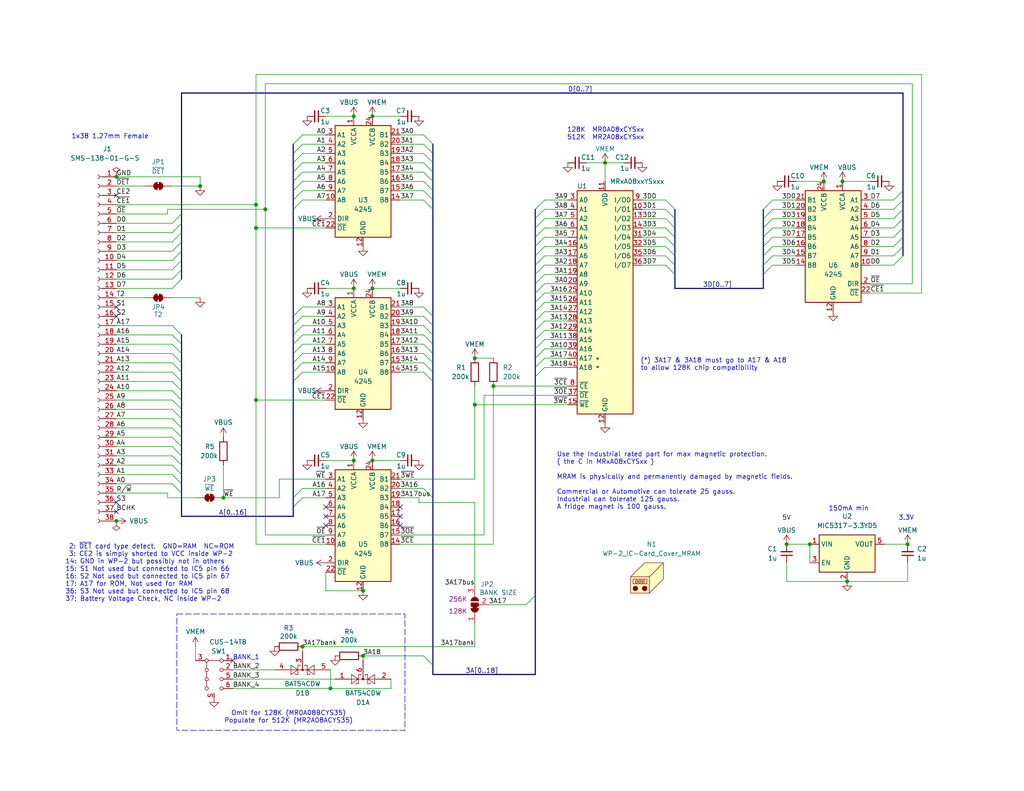
<source format=kicad_sch>
(kicad_sch (version 20231120) (generator "eeschema") (generator_version "8.0")
  (paper "USLetter")
  (title_block (title "WP-2_IC-Card_MRAM") (date "2025-04-21") (rev "018") (company "Brian K. White - b.kenyon.w@gmail.com"))
  (junction (at 69.85 62.23))
  (junction (at 99.06 179.07))
  (junction (at 60.96 135.89))
  (junction (at 72.39 57.15))
  (junction (at 101.6 78.74))
  (junction (at 214.63 148.59))
  (junction (at 54.61 50.8))
  (junction (at 101.6 125.73))
  (junction (at 31.75 142.24))
  (junction (at 231.14 158.75))
  (junction (at 229.87 49.53))
  (junction (at 165.1 44.45))
  (junction (at 69.85 109.22))
  (junction (at 90.17 187.96))
  (junction (at 99.06 161.29))
  (junction (at 101.6 31.75))
  (junction (at 82.55 176.53))
  (junction (at 96.52 78.74))
  (junction (at 134.62 105.41))
  (junction (at 224.79 49.53))
  (junction (at 69.85 55.88))
  (junction (at 220.98 148.59))
  (junction (at 129.54 97.79))
  (junction (at 96.52 125.73))
  (junction (at 247.65 148.59))
  (junction (at 96.52 31.75))
  (junction (at 129.54 110.49))
  (junction (at 31.75 48.26))
  (no_connect (at 88.9 138.43))
  (no_connect (at 88.9 140.97))
  (no_connect (at 31.75 53.34))
  (no_connect (at 31.75 86.36))
  (no_connect (at 109.22 138.43))
  (no_connect (at 31.75 139.7))
  (no_connect (at 31.75 137.16))
  (no_connect (at 109.22 140.97))
  (no_connect (at 88.9 143.51))
  (no_connect (at 63.5 180.34))
  (no_connect (at 109.22 143.51))
  (no_connect (at 31.75 83.82))
  (bus_entry (at 49.53 66.04) (size -2.54 2.54))
  (bus_entry (at 184.15 62.23) (size -2.54 -2.54))
  (bus_entry (at 208.28 64.77) (size 2.54 -2.54))
  (bus_entry (at 118.11 96.52) (size -2.54 -2.54))
  (bus_entry (at 184.15 67.31) (size -2.54 -2.54))
  (bus_entry (at 146.05 95.25) (size 2.54 -2.54))
  (bus_entry (at 146.05 80.01) (size 2.54 -2.54))
  (bus_entry (at 246.38 67.31) (size -2.54 2.54))
  (bus_entry (at 49.53 121.92) (size -2.54 -2.54))
  (bus_entry (at 208.28 72.39) (size 2.54 -2.54))
  (bus_entry (at 146.05 97.79) (size 2.54 -2.54))
  (bus_entry (at 146.05 64.77) (size 2.54 -2.54))
  (bus_entry (at 184.15 69.85) (size -2.54 -2.54))
  (bus_entry (at 80.01 57.15) (size 2.54 -2.54))
  (bus_entry (at 118.11 39.37) (size -2.54 -2.54))
  (bus_entry (at 118.11 99.06) (size -2.54 -2.54))
  (bus_entry (at 246.38 54.61) (size -2.54 2.54))
  (bus_entry (at 118.11 41.91) (size -2.54 -2.54))
  (bus_entry (at 49.53 71.12) (size -2.54 2.54))
  (bus_entry (at 49.53 129.54) (size -2.54 -2.54))
  (bus_entry (at 246.38 59.69) (size -2.54 2.54))
  (bus_entry (at 146.05 82.55) (size 2.54 -2.54))
  (bus_entry (at 118.11 135.89) (size -2.54 -2.54))
  (bus_entry (at 146.05 67.31) (size 2.54 -2.54))
  (bus_entry (at 80.01 44.45) (size 2.54 -2.54))
  (bus_entry (at 246.38 57.15) (size -2.54 2.54))
  (bus_entry (at 118.11 93.98) (size -2.54 -2.54))
  (bus_entry (at 146.05 62.23) (size 2.54 -2.54))
  (bus_entry (at 118.11 44.45) (size -2.54 -2.54))
  (bus_entry (at 80.01 41.91) (size 2.54 -2.54))
  (bus_entry (at 80.01 135.89) (size 2.54 -2.54))
  (bus_entry (at 208.28 69.85) (size 2.54 -2.54))
  (bus_entry (at 246.38 64.77) (size -2.54 2.54))
  (bus_entry (at 143.51 165.1) (size 2.54 -2.54))
  (bus_entry (at 146.05 57.15) (size 2.54 -2.54))
  (bus_entry (at 80.01 54.61) (size 2.54 -2.54))
  (bus_entry (at 208.28 62.23) (size 2.54 -2.54))
  (bus_entry (at 49.53 101.6) (size -2.54 -2.54))
  (bus_entry (at 118.11 104.14) (size -2.54 -2.54))
  (bus_entry (at 146.05 85.09) (size 2.54 -2.54))
  (bus_entry (at 49.53 116.84) (size -2.54 -2.54))
  (bus_entry (at 118.11 54.61) (size -2.54 -2.54))
  (bus_entry (at 49.53 96.52) (size -2.54 -2.54))
  (bus_entry (at 146.05 77.47) (size 2.54 -2.54))
  (bus_entry (at 184.15 57.15) (size -2.54 -2.54))
  (bus_entry (at 49.53 124.46) (size -2.54 -2.54))
  (bus_entry (at 49.53 63.5) (size -2.54 2.54))
  (bus_entry (at 208.28 57.15) (size 2.54 -2.54))
  (bus_entry (at 80.01 52.07) (size 2.54 -2.54))
  (bus_entry (at 146.05 92.71) (size 2.54 -2.54))
  (bus_entry (at 118.11 86.36) (size -2.54 -2.54))
  (bus_entry (at 118.11 91.44) (size -2.54 -2.54))
  (bus_entry (at 80.01 88.9) (size 2.54 -2.54))
  (bus_entry (at 80.01 91.44) (size 2.54 -2.54))
  (bus_entry (at 146.05 87.63) (size 2.54 -2.54))
  (bus_entry (at 146.05 102.87) (size 2.54 -2.54))
  (bus_entry (at 80.01 46.99) (size 2.54 -2.54))
  (bus_entry (at 49.53 134.62) (size -2.54 -2.54))
  (bus_entry (at 49.53 106.68) (size -2.54 -2.54))
  (bus_entry (at 49.53 68.58) (size -2.54 2.54))
  (bus_entry (at 208.28 59.69) (size 2.54 -2.54))
  (bus_entry (at 184.15 74.93) (size -2.54 -2.54))
  (bus_entry (at 49.53 114.3) (size -2.54 -2.54))
  (bus_entry (at 184.15 72.39) (size -2.54 -2.54))
  (bus_entry (at 146.05 90.17) (size 2.54 -2.54))
  (bus_entry (at 49.53 91.44) (size -2.54 -2.54))
  (bus_entry (at 80.01 138.43) (size 2.54 -2.54))
  (bus_entry (at 80.01 39.37) (size 2.54 -2.54))
  (bus_entry (at 208.28 67.31) (size 2.54 -2.54))
  (bus_entry (at 118.11 181.61) (size -2.54 -2.54))
  (bus_entry (at 118.11 46.99) (size -2.54 -2.54))
  (bus_entry (at 80.01 86.36) (size 2.54 -2.54))
  (bus_entry (at 146.05 100.33) (size 2.54 -2.54))
  (bus_entry (at 49.53 99.06) (size -2.54 -2.54))
  (bus_entry (at 246.38 69.85) (size -2.54 2.54))
  (bus_entry (at 49.53 111.76) (size -2.54 -2.54))
  (bus_entry (at 118.11 88.9) (size -2.54 -2.54))
  (bus_entry (at 80.01 101.6) (size 2.54 -2.54))
  (bus_entry (at 246.38 52.07) (size -2.54 2.54))
  (bus_entry (at 49.53 58.42) (size -2.54 2.54))
  (bus_entry (at 49.53 119.38) (size -2.54 -2.54))
  (bus_entry (at 80.01 93.98) (size 2.54 -2.54))
  (bus_entry (at 146.05 74.93) (size 2.54 -2.54))
  (bus_entry (at 146.05 72.39) (size 2.54 -2.54))
  (bus_entry (at 118.11 52.07) (size -2.54 -2.54))
  (bus_entry (at 49.53 73.66) (size -2.54 2.54))
  (bus_entry (at 49.53 127) (size -2.54 -2.54))
  (bus_entry (at 208.28 74.93) (size 2.54 -2.54))
  (bus_entry (at 49.53 60.96) (size -2.54 2.54))
  (bus_entry (at 146.05 59.69) (size 2.54 -2.54))
  (bus_entry (at 49.53 132.08) (size -2.54 -2.54))
  (bus_entry (at 49.53 93.98) (size -2.54 -2.54))
  (bus_entry (at 184.15 59.69) (size -2.54 -2.54))
  (bus_entry (at 80.01 104.14) (size 2.54 -2.54))
  (bus_entry (at 49.53 104.14) (size -2.54 -2.54))
  (bus_entry (at 80.01 99.06) (size 2.54 -2.54))
  (bus_entry (at 49.53 76.2) (size -2.54 2.54))
  (bus_entry (at 80.01 96.52) (size 2.54 -2.54))
  (bus_entry (at 118.11 101.6) (size -2.54 -2.54))
  (bus_entry (at 118.11 57.15) (size -2.54 -2.54))
  (bus_entry (at 80.01 49.53) (size 2.54 -2.54))
  (bus_entry (at 246.38 62.23) (size -2.54 2.54))
  (bus_entry (at 184.15 64.77) (size -2.54 -2.54))
  (bus_entry (at 49.53 109.22) (size -2.54 -2.54))
  (bus_entry (at 146.05 69.85) (size 2.54 -2.54))
  (bus_entry (at 118.11 49.53) (size -2.54 -2.54))
  (wire (pts (xy 165.1 44.45) (xy 165.1 49.53)))
  (wire (pts (xy 175.26 54.61) (xy 181.61 54.61)))
  (bus (pts (xy 80.01 41.91) (xy 80.01 44.45)))
  (bus (pts (xy 118.11 52.07) (xy 118.11 49.53)))
  (wire (pts (xy 175.26 62.23) (xy 181.61 62.23)))
  (wire (pts (xy 214.63 158.75) (xy 231.14 158.75)))
  (wire (pts (xy 72.39 57.15) (xy 72.39 22.86)))
  (wire (pts (xy 45.72 135.89) (xy 53.34 135.89)))
  (wire (pts (xy 154.94 67.31) (xy 148.59 67.31)))
  (wire (pts (xy 109.22 31.75) (xy 101.6 31.75)))
  (bus (pts (xy 49.53 140.97) (xy 49.53 134.62)))
  (wire (pts (xy 154.94 87.63) (xy 148.59 87.63)))
  (wire (pts (xy 129.54 176.53) (xy 129.54 170.18)))
  (wire (pts (xy 31.75 71.12) (xy 46.99 71.12)))
  (wire (pts (xy 237.49 62.23) (xy 243.84 62.23)))
  (bus (pts (xy 146.05 97.79) (xy 146.05 100.33)))
  (bus (pts (xy 118.11 96.52) (xy 118.11 93.98)))
  (bus (pts (xy 49.53 104.14) (xy 49.53 106.68)))
  (wire (pts (xy 72.39 146.05) (xy 88.9 146.05)))
  (wire (pts (xy 88.9 36.83) (xy 82.55 36.83)))
  (wire (pts (xy 109.22 130.81) (xy 129.54 130.81)))
  (wire (pts (xy 217.17 69.85) (xy 210.82 69.85)))
  (bus (pts (xy 49.53 73.66) (xy 49.53 76.2)))
  (wire (pts (xy 237.49 57.15) (xy 243.84 57.15)))
  (wire (pts (xy 109.22 44.45) (xy 115.57 44.45)))
  (wire (pts (xy 31.75 58.42) (xy 45.72 58.42)))
  (wire (pts (xy 231.14 158.75) (xy 247.65 158.75)))
  (bus (pts (xy 118.11 54.61) (xy 118.11 57.15)))
  (wire (pts (xy 88.9 52.07) (xy 82.55 52.07)))
  (bus (pts (xy 49.53 25.4) (xy 49.53 58.42)))
  (wire (pts (xy 31.75 93.98) (xy 46.99 93.98)))
  (bus (pts (xy 118.11 135.89) (xy 118.11 181.61)))
  (wire (pts (xy 31.75 81.28) (xy 39.37 81.28)))
  (wire (pts (xy 31.75 132.08) (xy 46.99 132.08)))
  (wire (pts (xy 109.22 91.44) (xy 115.57 91.44)))
  (wire (pts (xy 129.54 130.81) (xy 129.54 110.49)))
  (wire (pts (xy 237.49 54.61) (xy 243.84 54.61)))
  (wire (pts (xy 60.96 127) (xy 60.96 135.89)))
  (wire (pts (xy 129.54 110.49) (xy 154.94 110.49)))
  (wire (pts (xy 88.9 49.53) (xy 82.55 49.53)))
  (bus (pts (xy 80.01 96.52) (xy 80.01 93.98)))
  (wire (pts (xy 63.5 185.42) (xy 91.44 185.42)))
  (bus (pts (xy 49.53 96.52) (xy 49.53 99.06)))
  (bus (pts (xy 246.38 64.77) (xy 246.38 62.23)))
  (bus (pts (xy 49.53 106.68) (xy 49.53 109.22)))
  (wire (pts (xy 31.75 129.54) (xy 46.99 129.54)))
  (bus (pts (xy 80.01 49.53) (xy 80.01 46.99)))
  (wire (pts (xy 109.22 78.74) (xy 101.6 78.74)))
  (wire (pts (xy 82.55 176.53) (xy 129.54 176.53)))
  (bus (pts (xy 80.01 101.6) (xy 80.01 99.06)))
  (wire (pts (xy 88.9 86.36) (xy 82.55 86.36)))
  (bus (pts (xy 118.11 39.37) (xy 118.11 41.91)))
  (bus (pts (xy 118.11 104.14) (xy 118.11 135.89)))
  (wire (pts (xy 88.9 93.98) (xy 82.55 93.98)))
  (bus (pts (xy 118.11 52.07) (xy 118.11 54.61)))
  (bus (pts (xy 49.53 71.12) (xy 49.53 73.66)))
  (bus (pts (xy 118.11 99.06) (xy 118.11 96.52)))
  (wire (pts (xy 88.9 96.52) (xy 82.55 96.52)))
  (wire (pts (xy 88.9 78.74) (xy 96.52 78.74)))
  (wire (pts (xy 99.06 161.29) (xy 88.9 161.29)))
  (wire (pts (xy 31.75 88.9) (xy 46.99 88.9)))
  (wire (pts (xy 63.5 187.96) (xy 90.17 187.96)))
  (wire (pts (xy 217.17 72.39) (xy 210.82 72.39)))
  (bus (pts (xy 49.53 140.97) (xy 80.01 140.97)))
  (wire (pts (xy 217.17 64.77) (xy 210.82 64.77)))
  (bus (pts (xy 80.01 52.07) (xy 80.01 49.53)))
  (wire (pts (xy 237.49 72.39) (xy 243.84 72.39)))
  (wire (pts (xy 109.22 39.37) (xy 115.57 39.37)))
  (bus (pts (xy 80.01 44.45) (xy 80.01 46.99)))
  (wire (pts (xy 31.75 48.26) (xy 54.61 48.26)))
  (bus (pts (xy 146.05 100.33) (xy 146.05 102.87)))
  (bus (pts (xy 208.28 64.77) (xy 208.28 67.31)))
  (wire (pts (xy 88.9 135.89) (xy 82.55 135.89)))
  (wire (pts (xy 109.22 99.06) (xy 115.57 99.06)))
  (wire (pts (xy 154.94 80.01) (xy 148.59 80.01)))
  (bus (pts (xy 184.15 72.39) (xy 184.15 69.85)))
  (bus (pts (xy 246.38 57.15) (xy 246.38 54.61)))
  (wire (pts (xy 88.9 91.44) (xy 82.55 91.44)))
  (wire (pts (xy 251.46 20.32) (xy 69.85 20.32)))
  (wire (pts (xy 88.9 44.45) (xy 82.55 44.45)))
  (wire (pts (xy 154.94 97.79) (xy 148.59 97.79)))
  (wire (pts (xy 175.26 57.15) (xy 181.61 57.15)))
  (wire (pts (xy 31.75 76.2) (xy 46.99 76.2)))
  (bus (pts (xy 146.05 59.69) (xy 146.05 62.23)))
  (bus (pts (xy 118.11 99.06) (xy 118.11 101.6)))
  (bus (pts (xy 80.01 93.98) (xy 80.01 91.44)))
  (wire (pts (xy 220.98 148.59) (xy 214.63 148.59)))
  (wire (pts (xy 175.26 64.77) (xy 181.61 64.77)))
  (bus (pts (xy 184.15 78.74) (xy 208.28 78.74)))
  (bus (pts (xy 184.15 69.85) (xy 184.15 67.31)))
  (bus (pts (xy 118.11 93.98) (xy 118.11 91.44)))
  (wire (pts (xy 237.49 69.85) (xy 243.84 69.85)))
  (bus (pts (xy 49.53 66.04) (xy 49.53 68.58)))
  (bus (pts (xy 49.53 63.5) (xy 49.53 66.04)))
  (wire (pts (xy 129.54 97.79) (xy 134.62 97.79)))
  (bus (pts (xy 146.05 72.39) (xy 146.05 74.93)))
  (bus (pts (xy 49.53 91.44) (xy 49.53 93.98)))
  (wire (pts (xy 154.94 92.71) (xy 148.59 92.71)))
  (wire (pts (xy 109.22 36.83) (xy 115.57 36.83)))
  (wire (pts (xy 31.75 121.92) (xy 46.99 121.92)))
  (wire (pts (xy 45.72 134.62) (xy 45.72 135.89)))
  (wire (pts (xy 69.85 20.32) (xy 69.85 55.88)))
  (wire (pts (xy 31.75 68.58) (xy 46.99 68.58)))
  (bus (pts (xy 49.53 109.22) (xy 49.53 111.76)))
  (bus (pts (xy 184.15 74.93) (xy 184.15 72.39)))
  (bus (pts (xy 146.05 57.15) (xy 146.05 59.69)))
  (wire (pts (xy 109.22 148.59) (xy 134.62 148.59)))
  (bus (pts (xy 146.05 69.85) (xy 146.05 72.39)))
  (wire (pts (xy 31.75 96.52) (xy 46.99 96.52)))
  (wire (pts (xy 106.68 187.96) (xy 106.68 185.42)))
  (wire (pts (xy 248.92 22.86) (xy 248.92 77.47)))
  (bus (pts (xy 246.38 25.4) (xy 49.53 25.4)))
  (wire (pts (xy 109.22 125.73) (xy 101.6 125.73)))
  (wire (pts (xy 69.85 62.23) (xy 88.9 62.23)))
  (wire (pts (xy 69.85 148.59) (xy 88.9 148.59)))
  (wire (pts (xy 99.06 179.07) (xy 99.06 180.34)))
  (wire (pts (xy 69.85 62.23) (xy 69.85 109.22)))
  (wire (pts (xy 31.75 114.3) (xy 46.99 114.3)))
  (wire (pts (xy 217.17 57.15) (xy 210.82 57.15)))
  (wire (pts (xy 31.75 104.14) (xy 46.99 104.14)))
  (wire (pts (xy 220.98 148.59) (xy 220.98 153.67)))
  (wire (pts (xy 99.06 179.07) (xy 115.57 179.07)))
  (bus (pts (xy 208.28 64.77) (xy 208.28 62.23)))
  (wire (pts (xy 154.94 74.93) (xy 148.59 74.93)))
  (bus (pts (xy 208.28 72.39) (xy 208.28 69.85)))
  (wire (pts (xy 31.75 119.38) (xy 46.99 119.38)))
  (wire (pts (xy 46.99 81.28) (xy 54.61 81.28)))
  (bus (pts (xy 49.53 132.08) (xy 49.53 129.54)))
  (wire (pts (xy 53.34 176.53) (xy 53.34 180.34)))
  (wire (pts (xy 134.62 148.59) (xy 134.62 105.41)))
  (wire (pts (xy 114.3 135.89) (xy 109.22 135.89)))
  (bus (pts (xy 146.05 64.77) (xy 146.05 67.31)))
  (bus (pts (xy 146.05 92.71) (xy 146.05 95.25)))
  (wire (pts (xy 69.85 109.22) (xy 88.9 109.22)))
  (wire (pts (xy 129.54 105.41) (xy 129.54 110.49)))
  (bus (pts (xy 118.11 88.9) (xy 118.11 86.36)))
  (bus (pts (xy 49.53 101.6) (xy 49.53 104.14)))
  (wire (pts (xy 154.94 54.61) (xy 148.59 54.61)))
  (bus (pts (xy 146.05 80.01) (xy 146.05 82.55)))
  (wire (pts (xy 217.17 49.53) (xy 224.79 49.53)))
  (bus (pts (xy 118.11 44.45) (xy 118.11 41.91)))
  (bus (pts (xy 49.53 114.3) (xy 49.53 116.84)))
  (bus (pts (xy 146.05 67.31) (xy 146.05 69.85)))
  (wire (pts (xy 31.75 124.46) (xy 46.99 124.46)))
  (bus (pts (xy 246.38 52.07) (xy 246.38 25.4)))
  (wire (pts (xy 31.75 91.44) (xy 46.99 91.44)))
  (wire (pts (xy 154.94 77.47) (xy 148.59 77.47)))
  (wire (pts (xy 31.75 111.76) (xy 46.99 111.76)))
  (wire (pts (xy 76.2 130.81) (xy 76.2 135.89)))
  (wire (pts (xy 109.22 93.98) (xy 115.57 93.98)))
  (wire (pts (xy 109.22 88.9) (xy 115.57 88.9)))
  (wire (pts (xy 60.96 135.89) (xy 76.2 135.89)))
  (wire (pts (xy 54.61 50.8) (xy 54.61 48.26)))
  (bus (pts (xy 49.53 111.76) (xy 49.53 114.3)))
  (wire (pts (xy 63.5 182.88) (xy 74.93 182.88)))
  (wire (pts (xy 88.9 46.99) (xy 82.55 46.99)))
  (wire (pts (xy 45.72 57.15) (xy 72.39 57.15)))
  (bus (pts (xy 118.11 184.15) (xy 146.05 184.15)))
  (bus (pts (xy 118.11 91.44) (xy 118.11 88.9)))
  (wire (pts (xy 31.75 99.06) (xy 46.99 99.06)))
  (wire (pts (xy 72.39 22.86) (xy 248.92 22.86)))
  (wire (pts (xy 154.94 72.39) (xy 148.59 72.39)))
  (bus (pts (xy 49.53 58.42) (xy 49.53 60.96)))
  (bus (pts (xy 208.28 74.93) (xy 208.28 72.39)))
  (wire (pts (xy 88.9 31.75) (xy 96.52 31.75)))
  (wire (pts (xy 31.75 109.22) (xy 46.99 109.22)))
  (wire (pts (xy 31.75 50.8) (xy 39.37 50.8)))
  (wire (pts (xy 132.08 146.05) (xy 132.08 107.95)))
  (wire (pts (xy 237.49 77.47) (xy 248.92 77.47)))
  (wire (pts (xy 88.9 54.61) (xy 82.55 54.61)))
  (wire (pts (xy 88.9 133.35) (xy 82.55 133.35)))
  (wire (pts (xy 160.02 44.45) (xy 165.1 44.45)))
  (wire (pts (xy 90.17 182.88) (xy 90.17 187.96)))
  (wire (pts (xy 132.08 107.95) (xy 154.94 107.95)))
  (bus (pts (xy 184.15 59.69) (xy 184.15 57.15)))
  (wire (pts (xy 109.22 46.99) (xy 115.57 46.99)))
  (bus (pts (xy 118.11 57.15) (xy 118.11 86.36)))
  (wire (pts (xy 90.17 187.96) (xy 106.68 187.96)))
  (bus (pts (xy 246.38 54.61) (xy 246.38 52.07)))
  (bus (pts (xy 146.05 95.25) (xy 146.05 97.79)))
  (wire (pts (xy 154.94 57.15) (xy 148.59 57.15)))
  (bus (pts (xy 118.11 101.6) (xy 118.11 104.14)))
  (wire (pts (xy 134.62 105.41) (xy 154.94 105.41)))
  (wire (pts (xy 129.54 137.16) (xy 129.54 160.02)))
  (wire (pts (xy 154.94 82.55) (xy 148.59 82.55)))
  (bus (pts (xy 49.53 119.38) (xy 49.53 121.92)))
  (wire (pts (xy 109.22 41.91) (xy 115.57 41.91)))
  (wire (pts (xy 88.9 161.29) (xy 88.9 156.21)))
  (wire (pts (xy 217.17 59.69) (xy 210.82 59.69)))
  (bus (pts (xy 208.28 62.23) (xy 208.28 59.69)))
  (wire (pts (xy 31.75 60.96) (xy 46.99 60.96)))
  (bus (pts (xy 80.01 57.15) (xy 80.01 86.36)))
  (bus (pts (xy 208.28 67.31) (xy 208.28 69.85)))
  (bus (pts (xy 118.11 181.61) (xy 118.11 184.15)))
  (bus (pts (xy 80.01 104.14) (xy 80.01 135.89)))
  (bus (pts (xy 146.05 87.63) (xy 146.05 90.17)))
  (bus (pts (xy 80.01 91.44) (xy 80.01 88.9)))
  (wire (pts (xy 45.72 57.15) (xy 45.72 58.42)))
  (wire (pts (xy 251.46 20.32) (xy 251.46 80.01)))
  (wire (pts (xy 154.94 62.23) (xy 148.59 62.23)))
  (bus (pts (xy 80.01 39.37) (xy 80.01 41.91)))
  (bus (pts (xy 146.05 90.17) (xy 146.05 92.71)))
  (wire (pts (xy 31.75 66.04) (xy 46.99 66.04)))
  (wire (pts (xy 241.3 148.59) (xy 247.65 148.59)))
  (bus (pts (xy 80.01 54.61) (xy 80.01 57.15)))
  (wire (pts (xy 154.94 90.17) (xy 148.59 90.17)))
  (wire (pts (xy 109.22 86.36) (xy 115.57 86.36)))
  (wire (pts (xy 154.94 85.09) (xy 148.59 85.09)))
  (wire (pts (xy 217.17 67.31) (xy 210.82 67.31)))
  (wire (pts (xy 175.26 67.31) (xy 181.61 67.31)))
  (wire (pts (xy 109.22 133.35) (xy 115.57 133.35)))
  (bus (pts (xy 49.53 127) (xy 49.53 129.54)))
  (bus (pts (xy 146.05 102.87) (xy 146.05 162.56)))
  (wire (pts (xy 109.22 52.07) (xy 115.57 52.07)))
  (wire (pts (xy 175.26 72.39) (xy 181.61 72.39)))
  (wire (pts (xy 214.63 153.67) (xy 214.63 158.75)))
  (wire (pts (xy 82.55 176.53) (xy 82.55 177.8)))
  (bus (pts (xy 146.05 85.09) (xy 146.05 87.63)))
  (bus (pts (xy 49.53 99.06) (xy 49.53 101.6)))
  (bus (pts (xy 118.11 49.53) (xy 118.11 46.99)))
  (wire (pts (xy 88.9 125.73) (xy 96.52 125.73)))
  (bus (pts (xy 80.01 138.43) (xy 80.01 140.97)))
  (bus (pts (xy 80.01 54.61) (xy 80.01 52.07)))
  (wire (pts (xy 72.39 57.15) (xy 72.39 146.05)))
  (wire (pts (xy 88.9 101.6) (xy 82.55 101.6)))
  (wire (pts (xy 31.75 73.66) (xy 46.99 73.66)))
  (wire (pts (xy 129.54 137.16) (xy 114.3 137.16)))
  (bus (pts (xy 246.38 69.85) (xy 246.38 67.31)))
  (bus (pts (xy 146.05 82.55) (xy 146.05 85.09)))
  (bus (pts (xy 208.28 78.74) (xy 208.28 74.93)))
  (wire (pts (xy 237.49 67.31) (xy 243.84 67.31)))
  (wire (pts (xy 133.35 165.1) (xy 143.51 165.1)))
  (wire (pts (xy 31.75 55.88) (xy 69.85 55.88)))
  (bus (pts (xy 184.15 67.31) (xy 184.15 64.77)))
  (wire (pts (xy 237.49 64.77) (xy 243.84 64.77)))
  (wire (pts (xy 217.17 54.61) (xy 210.82 54.61)))
  (wire (pts (xy 154.94 64.77) (xy 148.59 64.77)))
  (wire (pts (xy 175.26 69.85) (xy 181.61 69.85)))
  (bus (pts (xy 184.15 64.77) (xy 184.15 62.23)))
  (wire (pts (xy 114.3 137.16) (xy 114.3 135.89)))
  (bus (pts (xy 246.38 67.31) (xy 246.38 64.77)))
  (bus (pts (xy 49.53 124.46) (xy 49.53 127)))
  (wire (pts (xy 88.9 88.9) (xy 82.55 88.9)))
  (bus (pts (xy 49.53 116.84) (xy 49.53 119.38)))
  (wire (pts (xy 109.22 96.52) (xy 115.57 96.52)))
  (bus (pts (xy 184.15 62.23) (xy 184.15 59.69)))
  (wire (pts (xy 45.72 134.62) (xy 31.75 134.62)))
  (wire (pts (xy 109.22 101.6) (xy 115.57 101.6)))
  (wire (pts (xy 109.22 54.61) (xy 115.57 54.61)))
  (bus (pts (xy 246.38 59.69) (xy 246.38 57.15)))
  (wire (pts (xy 154.94 100.33) (xy 148.59 100.33)))
  (wire (pts (xy 154.94 59.69) (xy 148.59 59.69)))
  (bus (pts (xy 246.38 62.23) (xy 246.38 59.69)))
  (wire (pts (xy 154.94 69.85) (xy 148.59 69.85)))
  (bus (pts (xy 146.05 162.56) (xy 146.05 184.15)))
  (bus (pts (xy 49.53 68.58) (xy 49.53 71.12)))
  (wire (pts (xy 109.22 83.82) (xy 115.57 83.82)))
  (wire (pts (xy 31.75 63.5) (xy 46.99 63.5)))
  (wire (pts (xy 31.75 116.84) (xy 46.99 116.84)))
  (bus (pts (xy 146.05 77.47) (xy 146.05 80.01)))
  (wire (pts (xy 31.75 127) (xy 46.99 127)))
  (bus (pts (xy 49.53 121.92) (xy 49.53 124.46)))
  (wire (pts (xy 31.75 78.74) (xy 46.99 78.74)))
  (bus (pts (xy 49.53 134.62) (xy 49.53 132.08)))
  (wire (pts (xy 88.9 99.06) (xy 82.55 99.06)))
  (bus (pts (xy 80.01 135.89) (xy 80.01 138.43)))
  (wire (pts (xy 31.75 101.6) (xy 46.99 101.6)))
  (bus (pts (xy 80.01 104.14) (xy 80.01 101.6)))
  (wire (pts (xy 247.65 158.75) (xy 247.65 153.67)))
  (bus (pts (xy 184.15 78.74) (xy 184.15 74.93)))
  (bus (pts (xy 146.05 62.23) (xy 146.05 64.77)))
  (bus (pts (xy 118.11 46.99) (xy 118.11 44.45)))
  (wire (pts (xy 88.9 83.82) (xy 82.55 83.82)))
  (wire (pts (xy 170.18 44.45) (xy 165.1 44.45)))
  (wire (pts (xy 217.17 62.23) (xy 210.82 62.23)))
  (bus (pts (xy 80.01 99.06) (xy 80.01 96.52)))
  (wire (pts (xy 88.9 41.91) (xy 82.55 41.91)))
  (bus (pts (xy 208.28 59.69) (xy 208.28 57.15)))
  (wire (pts (xy 237.49 80.01) (xy 251.46 80.01)))
  (wire (pts (xy 88.9 39.37) (xy 82.55 39.37)))
  (bus (pts (xy 49.53 60.96) (xy 49.53 63.5)))
  (wire (pts (xy 69.85 55.88) (xy 69.85 62.23)))
  (wire (pts (xy 237.49 59.69) (xy 243.84 59.69)))
  (bus (pts (xy 146.05 74.93) (xy 146.05 77.47)))
  (wire (pts (xy 88.9 130.81) (xy 76.2 130.81)))
  (wire (pts (xy 69.85 109.22) (xy 69.85 148.59)))
  (wire (pts (xy 109.22 146.05) (xy 132.08 146.05)))
  (wire (pts (xy 46.99 50.8) (xy 54.61 50.8)))
  (wire (pts (xy 31.75 106.68) (xy 46.99 106.68)))
  (wire (pts (xy 175.26 59.69) (xy 181.61 59.69)))
  (wire (pts (xy 237.49 49.53) (xy 229.87 49.53)))
  (bus (pts (xy 49.53 93.98) (xy 49.53 96.52)))
  (bus (pts (xy 80.01 88.9) (xy 80.01 86.36)))
  (wire (pts (xy 154.94 95.25) (xy 148.59 95.25)))
  (wire (pts (xy 109.22 49.53) (xy 115.57 49.53)))
  (rectangle (start 48.26 167.64) (end 110.49 199.39) (stroke (width 0) (type dash)))
  (text "Use the Industrial rated part for max magnetic protection.\n( the C in MRxA08xCYSxx )\n\nMRAM is physically and permanently damaged by magnetic fields.\n\nCommercial or Automotive can tolerate 25 gauss.\nIndustrial can tolerate 125 gauss.\nA fridge magnet is 100 gauss.\n" (at 151.892 123.444 0) (effects (font (size 1.27 1.27)) (justify left top)))
  (text "5V" (at 213.36 142.24 0) (effects (font (size 1.27 1.27)) (justify left bottom)))
  (text "*" (at 163.068 98.552 0) (effects (font (size 1.27 1.27))))
  (text "Omit for 128K (MR0A08BCYS35)\nPopulate for 512K (MR2A08ACYS35)" (at 78.74 197.612 0) (effects (font (size 1.27 1.27)) (justify bottom)))
  (text "1x38 1.27mm Female" (at 40.64 38.1 0) (effects (font (size 1.27 1.27)) (justify right bottom)))
  (text "(*) 3A17 & 3A18 must go to A17 & A18\nto allow 128K chip compatibility" (at 174.752 97.79 0) (effects (font (size 1.27 1.27)) (justify left top)))
  (text "150mA min" (at 226.06 139.7 0) (effects (font (size 1.27 1.27)) (justify left bottom)))
  (text "*" (at 163.068 100.838 0) (effects (font (size 1.27 1.27))))
  (text " 2: ~{DET} card type detect,  GND=RAM  NC=ROM\n 3: CE2 is simply shorted to VCC inside WP-2\n14: GND in WP-2 but possibly not in others\n15: S1 Not used but connected to IC5 pin 66\n16: S2 Not used but connected to IC5 pin 67\n17: A17 for ROM, Not used for RAM\n36: S3 Not used but connected to IC5 pin 68\n37: Battery Voltage Check, NC inside WP-2\n" (at 17.78 148.59 0) (effects (font (size 1.27 1.27)) (justify left top)))
  (text "BANK_1" (at 63.5 180.34 0) (effects (font (size 1.27 1.27)) (justify left bottom)))
  (text "128K  MR0A08xCYSxx\n512K  MR2A08xCYSxx" (at 154.686 38.354 0) (effects (font (size 1.27 1.27)) (justify left bottom)))
  (text "3.3V" (at 245.11 142.24 0) (effects (font (size 1.27 1.27)) (justify left bottom)))
  (label "BANK_2" (at 63.5 182.88 0))
  (label "3D3" (at 175.26 62.23 0))
  (label "S1" (at 31.75 83.82 0))
  (label "3A13" (at 154.94 87.63 180))
  (label "A10" (at 31.75 106.68 0))
  (label "D6" (at 237.49 57.15 0))
  (label "~{WE}" (at 88.9 130.81 180))
  (label "~{3OE}" (at 154.94 107.95 180))
  (label "3A12" (at 109.22 93.98 0))
  (label "3A6" (at 154.94 62.23 180))
  (label "A14" (at 88.9 99.06 180))
  (label "~{3CE}" (at 109.22 148.59 0))
  (label "D0" (at 31.75 60.96 0))
  (label "3A4" (at 154.94 67.31 180))
  (label "D1" (at 237.49 69.85 0))
  (label "3D4" (at 217.17 69.85 180))
  (label "~{DET}" (at 31.75 50.8 0))
  (label "A11" (at 31.75 104.14 0))
  (label "~{CE1}" (at 31.75 55.88 0))
  (label "D0" (at 237.49 72.39 0))
  (label "3D7" (at 175.26 72.39 0))
  (label "3A0" (at 154.94 77.47 180))
  (label "A9" (at 88.9 86.36 180))
  (label "D[0..7]" (at 154.94 25.4 0))
  (label "3A3" (at 109.22 44.45 0))
  (label "D3" (at 31.75 68.58 0))
  (label "A9" (at 31.75 109.22 0))
  (label "A17" (at 88.9 135.89 180))
  (label "A8" (at 88.9 83.82 180))
  (label "3A5" (at 109.22 49.53 0))
  (label "S2" (at 31.75 86.36 0))
  (label "A15" (at 88.9 101.6 180))
  (label "D7" (at 31.75 78.74 0))
  (label "A14" (at 31.75 96.52 0))
  (label "A16" (at 31.75 91.44 0))
  (label "3A13" (at 109.22 96.52 0))
  (label "3D5" (at 175.26 67.31 0))
  (label "~{3CE}" (at 154.94 105.41 180))
  (label "3A12" (at 154.94 90.17 180))
  (label "~{3WE}" (at 109.22 130.81 0))
  (label "3A17bank" (at 82.55 176.53 0))
  (label "3A16" (at 109.22 133.35 0))
  (label "A13" (at 88.9 96.52 180))
  (label "BANK_4" (at 63.5 187.96 0))
  (label "A8" (at 31.75 111.76 0))
  (label "A1" (at 88.9 39.37 180))
  (label "3A1" (at 154.94 74.93 180))
  (label "A12" (at 88.9 93.98 180))
  (label "3D3" (at 217.17 59.69 180))
  (label "A3" (at 88.9 44.45 180))
  (label "BANK_3" (at 63.5 185.42 0))
  (label "3A17" (at 154.94 97.79 180))
  (label "3A17bank" (at 129.54 176.53 180))
  (label "3A7" (at 154.94 59.69 180))
  (label "3D[0..7]" (at 191.77 78.74 0))
  (label "3A14" (at 109.22 99.06 0))
  (label "D3" (at 237.49 64.77 0))
  (label "GND" (at 31.75 48.26 0))
  (label "D5" (at 31.75 73.66 0))
  (label "D7" (at 237.49 54.61 0))
  (label "A7" (at 31.75 114.3 0))
  (label "A15" (at 31.75 93.98 0))
  (label "T2" (at 31.75 81.28 0))
  (label "A3" (at 31.75 124.46 0))
  (label "A10" (at 88.9 88.9 180))
  (label "3A8" (at 154.94 57.15 180))
  (label "A6" (at 88.9 52.07 180))
  (label "3A2" (at 154.94 72.39 180))
  (label "A12" (at 31.75 101.6 0))
  (label "D2" (at 237.49 67.31 0))
  (label "3A2" (at 109.22 41.91 0))
  (label "A5" (at 31.75 119.38 0))
  (label "A6" (at 31.75 116.84 0))
  (label "A11" (at 88.9 91.44 180))
  (label "3A[0..18]" (at 127 184.15 0))
  (label "D1" (at 31.75 63.5 0))
  (label "3A1" (at 109.22 39.37 0))
  (label "~{CE1}" (at 88.9 148.59 180))
  (label "~{3WE}" (at 154.94 110.49 180))
  (label "~{OE}" (at 31.75 58.42 0))
  (label "A2" (at 31.75 127 0))
  (label "A0" (at 88.9 36.83 180))
  (label "S3" (at 31.75 137.16 0))
  (label "3A17bus" (at 109.22 135.89 0))
  (label "3D7" (at 217.17 64.77 180))
  (label "3D1" (at 217.17 57.15 180))
  (label "3A10" (at 109.22 88.9 0))
  (label "3A4" (at 109.22 46.99 0))
  (label "3D2" (at 175.26 59.69 0))
  (label "A7" (at 88.9 54.61 180))
  (label "~{OE}" (at 237.49 77.47 0))
  (label "A13" (at 31.75 99.06 0))
  (label "~{CE1}" (at 237.49 80.01 0))
  (label "~{OE}" (at 88.9 146.05 180))
  (label "A2" (at 88.9 41.91 180))
  (label "3A18" (at 154.94 100.33 180))
  (label "3A9" (at 154.94 54.61 180))
  (label "3A5" (at 154.94 64.77 180))
  (label "CE2" (at 31.75 53.34 0))
  (label "3A3" (at 154.94 69.85 180))
  (label "3D1" (at 175.26 57.15 0))
  (label "~{3OE}" (at 109.22 146.05 0))
  (label "A[0..16]" (at 59.69 140.97 0))
  (label "3A8" (at 109.22 83.82 0))
  (label "3A17bus" (at 129.54 160.02 180))
  (label "~{WE}" (at 60.96 135.89 0))
  (label "3D5" (at 217.17 72.39 180))
  (label "D4" (at 237.49 62.23 0))
  (label "3A10" (at 154.94 95.25 180))
  (label "3D0" (at 175.26 54.61 0))
  (label "A5" (at 88.9 49.53 180))
  (label "3A0" (at 109.22 36.83 0))
  (label "3D2" (at 217.17 62.23 180))
  (label "~{CE1}" (at 88.9 62.23 180))
  (label "3A16" (at 154.94 80.01 180))
  (label "D2" (at 31.75 66.04 0))
  (label "BCHK" (at 31.75 139.7 0))
  (label "3A7" (at 109.22 54.61 0))
  (label "3A17" (at 133.35 165.1 0))
  (label "3A11" (at 109.22 91.44 0))
  (label "3D6" (at 175.26 69.85 0))
  (label "3A15" (at 154.94 82.55 180))
  (label "3D6" (at 217.17 67.31 180))
  (label "A16" (at 88.9 133.35 180))
  (label "3A14" (at 154.94 85.09 180))
  (label "A1" (at 31.75 129.54 0))
  (label "R{slash}~{W}" (at 31.75 134.62 0))
  (label "A0" (at 31.75 132.08 0))
  (label "3A15" (at 109.22 101.6 0))
  (label "D6" (at 31.75 76.2 0))
  (label "D5" (at 237.49 59.69 0))
  (label "3A18" (at 99.06 179.07 0))
  (label "3D4" (at 175.26 64.77 0))
  (label "~{CE1}" (at 88.9 109.22 180))
  (label "D4" (at 31.75 71.12 0))
  (label "3A6" (at 109.22 52.07 0))
  (label "A17" (at 31.75 88.9 0))
  (label "3A9" (at 109.22 86.36 0))
  (label "A4" (at 88.9 46.99 180))
  (label "A4" (at 31.75 121.92 0))
  (label "3D0" (at 217.17 54.61 180))
  (label "3A11" (at 154.94 92.71 180))
  (symbol (lib_id "000_LOCAL:Conn_01x38_Female") (at 26.67 93.98 0) (mirror y) (unit 1)
    (property "Reference" "J1" (at 30.48 40.64 0) (effects (justify left)))
    (property "Value" "SMS-138-01-G-S" (at 38.1 43.18 0) (effects (justify left)))
    (property "Footprint" "000_LOCAL:SMS-138-01-x-x_pcb_edge" (effects (hide yes)))
    (property "Datasheet" "datasheets/sms_th.pdf" (effects (hide yes)))
    (property "Description" "CONN SOCKET .050\" 38POS" (effects (hide yes)))
    (property "MPN" "SMS-138-01-G-S" (effects (hide yes)))
  )
  (symbol (lib_id "000_LOCAL:GND") (at 165.1 115.57 0) (unit 1)
    (property "Reference" "#PWR0106" (effects (hide yes)))
    (property "Value" "GND" (effects (hide yes)))
  )
  (symbol (lib_id "000_LOCAL:GND") (at 54.61 81.28 0) (mirror y) (unit 1)
    (property "Reference" "#PWR0108" (effects (hide yes)))
    (property "Value" "GND" (effects (hide yes)))
  )
  (symbol (lib_name "C_Small_1") (lib_id "000_LOCAL:C_Small") (at 111.76 125.73 90) (unit 1)
    (property "Reference" "C9" (at 110.744 124.206 90) (effects (justify left)))
    (property "Value" "1u" (at 110.744 127.254 90) (effects (justify left)))
    (property "Footprint" "000_LOCAL:C_0805" (effects (hide yes)))
    (property "Datasheet" "datasheets/CL21A105KBCLNNC.pdf" (effects (hide yes)))
    (property "Description" "CAP CER 1UF 50V X5R 0805 low profile" (effects (hide yes)))
    (property "MPN" "CL21A105KBCLNNC" (effects (hide yes)))
  )
  (symbol (lib_name "BAT54CDW_1") (lib_id "000_LOCAL:BAT54CDW") (at 82.55 182.88 0) (mirror x) (unit 2)
    (property "Reference" "D1" (at 82.55 189.23 0))
    (property "Value" "BAT54CDW" (at 82.55 186.69 0))
    (property "Footprint" "000_LOCAL:TSSOP-6-symmetric" (effects (hide yes)))
    (property "Datasheet" "datasheets/BAT54CDW.pdf" (effects (hide yes)))
    (property "Description" "DIODE ARR SCHOT 30V 200MA SOT363" (effects (hide yes)))
    (property "MPN" "BAT54CDW-7-F" (effects (hide yes)))
  )
  (symbol (lib_id "000_LOCAL:VBUS") (at 88.9 153.67 90) (unit 1)
    (property "Reference" "#PWR012" (effects (hide yes)))
    (property "Value" "VBUS" (at 83.058 153.67 90))
  )
  (symbol (lib_name "C_Small_1") (lib_id "000_LOCAL:C_Small") (at 111.76 31.75 90) (unit 1)
    (property "Reference" "C7" (at 110.744 30.226 90) (effects (justify left)))
    (property "Value" "1u" (at 110.744 33.274 90) (effects (justify left)))
    (property "Footprint" "000_LOCAL:C_0805" (effects (hide yes)))
    (property "Datasheet" "datasheets/CL21A105KBCLNNC.pdf" (effects (hide yes)))
    (property "Description" "CAP CER 1UF 50V X5R 0805 low profile" (effects (hide yes)))
    (property "MPN" "CL21A105KBCLNNC" (effects (hide yes)))
  )
  (symbol (lib_id "000_LOCAL:R") (at 60.96 123.19 180) (unit 1)
    (property "Reference" "R5" (at 55.88 121.92 0) (effects (justify right)))
    (property "Value" "200k" (at 54.61 124.46 0) (effects (justify right)))
    (property "Footprint" "000_LOCAL:R_0805" (effects (hide yes)))
    (property "Description" "RES 200K OHM 1% 1/8W 0805" (effects (hide yes)))
    (property "MPN" "RMCF0805FT200K" (effects (hide yes)))
  )
  (symbol (lib_id "000_LOCAL:GND") (at 99.06 67.31 0) (mirror y) (unit 1)
    (property "Reference" "#PWR011" (effects (hide yes)))
    (property "Value" "GND" (effects (hide yes)))
  )
  (symbol (lib_id "000_LOCAL:SolderJumper_3_Bridged12") (at 129.54 165.1 90) (unit 1) (exclude_from_sim yes) (in_bom no)
    (property "Reference" "JP2" (at 131.064 159.512 90) (effects (justify right)))
    (property "Value" "BANK SIZE" (at 130.81 161.798 90) (effects (justify right)))
    (property "Footprint" "000_LOCAL:SolderJumper-3_Bridged12" (effects (hide yes)))
    (property "Description" "3-pole Solder Jumper, pins 1+2 closed/bridged" (effects (hide yes)))
    (property "L12" "128K" (at 127.508 166.878 90) (effects (justify left)))
    (property "L23" "256K" (at 127.508 163.576 90) (effects (justify left)))
  )
  (symbol (lib_id "000_LOCAL:VMEM") (at 101.6 125.73 0) (unit 1)
    (property "Reference" "#PWR015" (effects (hide yes)))
    (property "Value" "VMEM" (at 102.87 121.92 0))
  )
  (symbol (lib_id "000_LOCAL:4245") (at 99.06 96.52 0) (unit 1)
    (property "Reference" "U4" (at 99.06 101.6 0))
    (property "Value" "4245" (at 99.06 104.14 0))
    (property "Footprint" "000_LOCAL:TSSOP-24_4.4x7.8mm_P0.65mm" (effects (hide yes)))
    (property "Datasheet" "datasheets/LVC4245.pdf" (effects (hide yes)))
    (property "Description" "IC TRANSLATOR BIDIR 24TSSOP" (effects (hide yes)))
    (property "MPN" "74LVC4245APW,118" (effects (hide yes)))
  )
  (symbol (lib_id "000_LOCAL:SolderJumper_2_Bridged") (at 43.18 50.8 0) (unit 1) (exclude_from_sim yes) (in_bom no)
    (property "Reference" "JP1" (at 43.18 44.196 0))
    (property "Value" "~{DET}" (at 43.18 46.736 0))
    (property "Footprint" "000_LOCAL:SolderJumper-2_Bridged" (effects (hide yes)))
    (property "Description" "Solder Jumper, 2-pole, closed/bridged" (effects (hide yes)))
  )
  (symbol (lib_id "000_LOCAL:VBUS") (at 88.9 106.68 90) (unit 1)
    (property "Reference" "#PWR04" (effects (hide yes)))
    (property "Value" "VBUS" (at 83.82 106.68 90))
  )
  (symbol (lib_id "000_LOCAL:VMEM") (at 224.79 49.53 0) (mirror y) (unit 1)
    (property "Reference" "#PWR019" (effects (hide yes)))
    (property "Value" "VMEM" (at 223.52 45.72 0))
  )
  (symbol (lib_id "000_LOCAL:GND") (at 83.82 31.75 0) (unit 1)
    (property "Reference" "#PWR0104" (effects (hide yes)))
    (property "Value" "GND" (effects (hide yes)))
  )
  (symbol (lib_id "000_LOCAL:GND") (at 212.09 49.53 0) (unit 1)
    (property "Reference" "#PWR036" (effects (hide yes)))
    (property "Value" "GND" (effects (hide yes)))
  )
  (symbol (lib_id "000_LOCAL:MIC5365-3.3YD5") (at 231.14 151.13 0) (unit 1)
    (property "Reference" "U2" (at 231.14 140.97 0))
    (property "Value" "MIC5317-3.3YD5" (at 231.14 143.51 0))
    (property "Footprint" "000_LOCAL:TSOT-23-5" (effects (hide yes)))
    (property "Datasheet" "datasheets/MIC5317.pdf" (effects (hide yes)))
    (property "Description" "IC REG LIN 3.3V 150MA TSOT23-5" (effects (hide yes)))
    (property "MPN" "MIC5317-3.3YD5" (effects (hide yes)))
  )
  (symbol (lib_id "000_LOCAL:GND") (at 175.26 44.45 0) (unit 1)
    (property "Reference" "#PWR029" (effects (hide yes)))
    (property "Value" "GND" (effects (hide yes)))
  )
  (symbol (lib_id "000_LOCAL:BAT54CDW") (at 99.06 185.42 0) (mirror x) (unit 1)
    (property "Reference" "D1" (at 99.06 191.77 0))
    (property "Value" "BAT54CDW" (at 99.06 189.23 0))
    (property "Footprint" "000_LOCAL:TSSOP-6-symmetric" (effects (hide yes)))
    (property "Datasheet" "datasheets/BAT54CDW.pdf" (effects (hide yes)))
    (property "Description" "DIODE ARR SCHOT 30V 200MA SOT363" (effects (hide yes)))
    (property "MPN" "BAT54CDW-7-F" (effects (hide yes)))
  )
  (symbol (lib_id "000_LOCAL:VMEM") (at 53.34 176.53 0) (unit 1)
    (property "Reference" "#PWR016" (effects (hide yes)))
    (property "Value" "VMEM" (at 53.34 172.466 0))
  )
  (symbol (lib_id "000_LOCAL:VMEM") (at 101.6 31.75 0) (unit 1)
    (property "Reference" "#PWR09" (effects (hide yes)))
    (property "Value" "VMEM" (at 102.87 27.94 0))
  )
  (symbol (lib_id "000_LOCAL:4245") (at 227.33 67.31 0) (mirror y) (unit 1)
    (property "Reference" "U6" (at 227.33 72.39 0))
    (property "Value" "4245" (at 227.33 74.93 0))
    (property "Footprint" "000_LOCAL:TSSOP-24_4.4x7.8mm_P0.65mm" (effects (hide yes)))
    (property "Datasheet" "datasheets/LVC4245.pdf" (effects (hide yes)))
    (property "Description" "IC TRANSLATOR BIDIR 24TSSOP" (effects (hide yes)))
    (property "MPN" "74LVC4245APW,118" (effects (hide yes)))
  )
  (symbol (lib_name "C_Small_1") (lib_id "000_LOCAL:C_Small") (at 111.76 78.74 90) (unit 1)
    (property "Reference" "C8" (at 110.744 77.216 90) (effects (justify left)))
    (property "Value" "1u" (at 110.744 80.264 90) (effects (justify left)))
    (property "Footprint" "000_LOCAL:C_0805" (effects (hide yes)))
    (property "Datasheet" "datasheets/CL21A105KBCLNNC.pdf" (effects (hide yes)))
    (property "Description" "CAP CER 1UF 50V X5R 0805 low profile" (effects (hide yes)))
    (property "MPN" "CL21A105KBCLNNC" (effects (hide yes)))
  )
  (symbol (lib_id "000_LOCAL:R") (at 78.74 176.53 90) (unit 1)
    (property "Reference" "R3" (at 78.74 171.45 90))
    (property "Value" "200k" (at 78.74 173.736 90))
    (property "Footprint" "000_LOCAL:R_0805" (effects (hide yes)))
    (property "Description" "RES 200K OHM 1% 1/8W 0805" (effects (hide yes)))
    (property "MPN" "RMCF0805FT200K" (effects (hide yes)))
  )
  (symbol (lib_id "000_LOCAL:GND") (at 114.3 78.74 0) (mirror y) (unit 1)
    (property "Reference" "#PWR033" (effects (hide yes)))
    (property "Value" "GND" (effects (hide yes)))
  )
  (symbol (lib_id "000_LOCAL:R") (at 129.54 101.6 180) (unit 1)
    (property "Reference" "R1" (at 124.46 100.33 0) (effects (justify right)))
    (property "Value" "200k" (at 123.19 102.87 0) (effects (justify right)))
    (property "Footprint" "000_LOCAL:R_0805" (effects (hide yes)))
    (property "Description" "RES 200K OHM 1% 1/8W 0805" (effects (hide yes)))
    (property "MPN" "RMCF0805FT200K" (effects (hide yes)))
  )
  (symbol (lib_id "000_LOCAL:VBUS") (at 88.9 59.69 90) (unit 1)
    (property "Reference" "#PWR010" (effects (hide yes)))
    (property "Value" "VBUS" (at 83.82 59.69 90))
  )
  (symbol (lib_id "000_LOCAL:GND") (at 154.94 44.45 0) (unit 1)
    (property "Reference" "#PWR0145" (effects (hide yes)))
    (property "Value" "GND" (effects (hide yes)))
  )
  (symbol (lib_id "000_LOCAL:GND") (at 227.33 85.09 0) (unit 1)
    (property "Reference" "#PWR018" (effects (hide yes)))
    (property "Value" "GND" (effects (hide yes)))
  )
  (symbol (lib_name "C_Small_1") (lib_id "000_LOCAL:C_Small") (at 157.48 44.45 270) (mirror x) (unit 1)
    (property "Reference" "C11" (at 158.496 42.926 90) (effects (justify left)))
    (property "Value" "1u" (at 158.496 45.974 90) (effects (justify left)))
    (property "Footprint" "000_LOCAL:C_0805" (effects (hide yes)))
    (property "Datasheet" "datasheets/CL21A105KBCLNNC.pdf" (effects (hide yes)))
    (property "Description" "CAP CER 1UF 50V X5R 0805 low profile" (effects (hide yes)))
    (property "MPN" "CL21A105KBCLNNC" (effects (hide yes)))
  )
  (symbol (lib_id "000_LOCAL:SW_1P4T_CUS-14B") (at 58.42 184.15 0) (unit 1)
    (property "Reference" "SW1" (at 59.69 177.8 0))
    (property "Value" "CUS-14TB" (at 62.23 175.26 0))
    (property "Footprint" "000_LOCAL:CUS-14TB pth" (effects (hide yes)))
    (property "Datasheet" "datasheets/cus.pdf" (effects (hide yes)))
    (property "Description" "SWITCH SLIDE SP4T 300MA 4V" (effects (hide yes)))
    (property "MPN" "CUS-14TB" (effects (hide yes)))
  )
  (symbol (lib_id "000_LOCAL:PWR_FLAG") (at 31.75 142.24 180) (unit 1)
    (property "Reference" "#FLG0101" (effects (hide yes)))
    (property "Value" "PWR_FLAG" (effects (hide yes)))
  )
  (symbol (lib_id "000_LOCAL:VBUS") (at 214.63 148.59 0) (unit 1)
    (property "Reference" "#PWR0102" (effects (hide yes)))
    (property "Value" "VBUS" (at 214.63 144.78 0))
  )
  (symbol (lib_id "000_LOCAL:VBUS") (at 229.87 49.53 0) (mirror y) (unit 1)
    (property "Reference" "#PWR017" (effects (hide yes)))
    (property "Value" "VBUS" (at 231.14 45.72 0))
  )
  (symbol (lib_id "000_LOCAL:VBUS") (at 96.52 125.73 0) (unit 1)
    (property "Reference" "#PWR013" (effects (hide yes)))
    (property "Value" "VBUS" (at 95.25 121.92 0))
  )
  (symbol (lib_name "C_Small_1") (lib_id "000_LOCAL:C_Small") (at 240.03 49.53 90) (unit 1)
    (property "Reference" "C6" (at 239.014 48.006 90) (effects (justify left)))
    (property "Value" "1u" (at 239.014 51.054 90) (effects (justify left)))
    (property "Footprint" "000_LOCAL:C_0805" (effects (hide yes)))
    (property "Datasheet" "datasheets/CL21A105KBCLNNC.pdf" (effects (hide yes)))
    (property "Description" "CAP CER 1UF 50V X5R 0805 low profile" (effects (hide yes)))
    (property "MPN" "CL21A105KBCLNNC" (effects (hide yes)))
  )
  (symbol (lib_id "000_LOCAL:GND") (at 99.06 161.29 0) (mirror y) (unit 1)
    (property "Reference" "#PWR014" (effects (hide yes)))
    (property "Value" "GND" (effects (hide yes)))
  )
  (symbol (lib_id "000_LOCAL:SolderJumper_2_Bridged") (at 57.15 135.89 0) (unit 1) (exclude_from_sim yes) (in_bom no)
    (property "Reference" "JP3" (at 57.15 130.81 0))
    (property "Value" "~{WE}" (at 57.15 133.35 0))
    (property "Footprint" "000_LOCAL:SolderJumper-2_Bridged" (effects (hide yes)))
    (property "Description" "Solder Jumper, 2-pole, closed/bridged" (effects (hide yes)))
  )
  (symbol (lib_id "000_LOCAL:VBUS") (at 60.96 119.38 0) (unit 1)
    (property "Reference" "#PWR024" (effects (hide yes)))
    (property "Value" "VBUS" (at 60.96 115.316 0))
  )
  (symbol (lib_id "000_LOCAL:GND") (at 83.82 125.73 0) (unit 1)
    (property "Reference" "#PWR032" (effects (hide yes)))
    (property "Value" "GND" (effects (hide yes)))
  )
  (symbol (lib_id "000_LOCAL:GND") (at 242.57 49.53 0) (mirror y) (unit 1)
    (property "Reference" "#PWR035" (effects (hide yes)))
    (property "Value" "GND" (effects (hide yes)))
  )
  (symbol (lib_id "000_LOCAL:R") (at 95.25 179.07 90) (unit 1)
    (property "Reference" "R4" (at 95.25 172.466 90))
    (property "Value" "200k" (at 95.25 174.752 90))
    (property "Footprint" "000_LOCAL:R_0805" (effects (hide yes)))
    (property "Description" "RES 200K OHM 1% 1/8W 0805" (effects (hide yes)))
    (property "MPN" "RMCF0805FT200K" (effects (hide yes)))
  )
  (symbol (lib_name "C_Small_1") (lib_id "000_LOCAL:C_Small") (at 86.36 31.75 270) (mirror x) (unit 1)
    (property "Reference" "C3" (at 87.376 30.226 90) (effects (justify left)))
    (property "Value" "1u" (at 87.376 33.274 90) (effects (justify left)))
    (property "Footprint" "000_LOCAL:C_0805" (effects (hide yes)))
    (property "Datasheet" "datasheets/CL21A105KBCLNNC.pdf" (effects (hide yes)))
    (property "Description" "CAP CER 1UF 50V X5R 0805 low profile" (effects (hide yes)))
    (property "MPN" "CL21A105KBCLNNC" (effects (hide yes)))
  )
  (symbol (lib_id "000_LOCAL:GND") (at 231.14 158.75 0) (unit 1)
    (property "Reference" "#PWR0112" (effects (hide yes)))
    (property "Value" "GND" (effects (hide yes)))
  )
  (symbol (lib_id "000_LOCAL:4245") (at 99.06 143.51 0) (unit 1)
    (property "Reference" "U5" (at 99.06 148.59 0))
    (property "Value" "4245" (at 99.06 151.13 0))
    (property "Footprint" "000_LOCAL:TSSOP-24_4.4x7.8mm_P0.65mm" (effects (hide yes)))
    (property "Datasheet" "datasheets/LVC4245.pdf" (effects (hide yes)))
    (property "Description" "IC TRANSLATOR BIDIR 24TSSOP" (effects (hide yes)))
    (property "MPN" "74LVC4245APW,118" (effects (hide yes)))
  )
  (symbol (lib_id "000_LOCAL:GND") (at 58.42 190.5 0) (mirror y) (unit 1)
    (property "Reference" "#PWR020" (effects (hide yes)))
    (property "Value" "GND" (effects (hide yes)))
  )
  (symbol (lib_id "000_LOCAL:Housing") (at 177.8 157.48 0) (unit 1) (exclude_from_sim yes) (in_bom no)
    (property "Reference" "N1" (at 177.8 148.59 0))
    (property "Value" "WP-2_IC-Card_Cover_MRAM" (at 177.8 151.13 0))
    (property "Footprint" "000_LOCAL:WP-2_IC-Card_Cover_MRAM" (effects (hide yes)))
    (property "Description" "Housing" (effects (hide yes)))
  )
  (symbol (lib_name "C_Small_1") (lib_id "000_LOCAL:C_Small") (at 172.72 44.45 90) (unit 1)
    (property "Reference" "C12" (at 171.704 42.926 90) (effects (justify left)))
    (property "Value" "1u" (at 171.704 45.974 90) (effects (justify left)))
    (property "Footprint" "000_LOCAL:C_0805" (effects (hide yes)))
    (property "Datasheet" "datasheets/CL21A105KBCLNNC.pdf" (effects (hide yes)))
    (property "Description" "CAP CER 1UF 50V X5R 0805 low profile" (effects (hide yes)))
    (property "MPN" "CL21A105KBCLNNC" (effects (hide yes)))
  )
  (symbol (lib_id "000_LOCAL:GND") (at 114.3 125.73 0) (mirror y) (unit 1)
    (property "Reference" "#PWR034" (effects (hide yes)))
    (property "Value" "GND" (effects (hide yes)))
  )
  (symbol (lib_id "000_LOCAL:VBUS") (at 96.52 78.74 0) (unit 1)
    (property "Reference" "#PWR05" (effects (hide yes)))
    (property "Value" "VBUS" (at 95.25 74.93 0))
  )
  (symbol (lib_id "000_LOCAL:VBUS") (at 96.52 31.75 0) (unit 1)
    (property "Reference" "#PWR08" (effects (hide yes)))
    (property "Value" "VBUS" (at 95.25 27.94 0))
  )
  (symbol (lib_id "000_LOCAL:4245") (at 99.06 49.53 0) (unit 1)
    (property "Reference" "U3" (at 99.06 54.61 0))
    (property "Value" "4245" (at 99.06 57.15 0))
    (property "Footprint" "000_LOCAL:TSSOP-24_4.4x7.8mm_P0.65mm" (effects (hide yes)))
    (property "Datasheet" "datasheets/LVC4245.pdf" (effects (hide yes)))
    (property "Description" "IC TRANSLATOR BIDIR 24TSSOP" (effects (hide yes)))
    (property "MPN" "74LVC4245APW,118" (effects (hide yes)))
  )
  (symbol (lib_id "000_LOCAL:GND") (at 114.3 31.75 0) (mirror y) (unit 1)
    (property "Reference" "#PWR023" (effects (hide yes)))
    (property "Value" "GND" (effects (hide yes)))
  )
  (symbol (lib_id "000_LOCAL:GND") (at 91.44 179.07 0) (mirror y) (unit 1)
    (property "Reference" "#PWR022" (effects (hide yes)))
    (property "Value" "GND" (effects (hide yes)))
  )
  (symbol (lib_id "000_LOCAL:GND") (at 99.06 114.3 0) (mirror y) (unit 1)
    (property "Reference" "#PWR06" (effects (hide yes)))
    (property "Value" "GND" (effects (hide yes)))
  )
  (symbol (lib_id "000_LOCAL:SolderJumper_2_Bridged") (at 43.18 81.28 0) (unit 1) (exclude_from_sim yes) (in_bom no)
    (property "Reference" "JP4" (at 43.18 83.82 0))
    (property "Value" "T2" (at 43.18 85.852 0))
    (property "Footprint" "000_LOCAL:SolderJumper-2_Bridged" (effects (hide yes)))
    (property "Description" "Solder Jumper, 2-pole, closed/bridged" (effects (hide yes)))
  )
  (symbol (lib_name "C_Small_1") (lib_id "000_LOCAL:C_Small") (at 214.63 49.53 270) (mirror x) (unit 1)
    (property "Reference" "C10" (at 215.646 48.006 90) (effects (justify left)))
    (property "Value" "1u" (at 215.646 51.054 90) (effects (justify left)))
    (property "Footprint" "000_LOCAL:C_0805" (effects (hide yes)))
    (property "Datasheet" "datasheets/CL21A105KBCLNNC.pdf" (effects (hide yes)))
    (property "Description" "CAP CER 1UF 50V X5R 0805 low profile" (effects (hide yes)))
    (property "MPN" "CL21A105KBCLNNC" (effects (hide yes)))
  )
  (symbol (lib_id "000_LOCAL:VMEM") (at 247.65 148.59 0) (unit 1)
    (property "Reference" "#PWR01" (effects (hide yes)))
    (property "Value" "VMEM" (at 247.65 144.78 0))
  )
  (symbol (lib_id "000_LOCAL:VMEM") (at 165.1 44.45 0) (unit 1)
    (property "Reference" "#PWR0111" (effects (hide yes)))
    (property "Value" "VMEM" (at 165.1 40.64 0))
  )
  (symbol (lib_id "000_LOCAL:GND") (at 83.82 78.74 0) (unit 1)
    (property "Reference" "#PWR031" (effects (hide yes)))
    (property "Value" "GND" (effects (hide yes)))
  )
  (symbol (lib_id "000_LOCAL:GND") (at 74.93 176.53 0) (mirror y) (unit 1)
    (property "Reference" "#PWR021" (effects (hide yes)))
    (property "Value" "GND" (effects (hide yes)))
  )
  (symbol (lib_name "C_Small_1") (lib_id "000_LOCAL:C_Small") (at 247.65 151.13 0) (mirror x) (unit 1)
    (property "Reference" "C2" (at 250.19 149.86 0) (effects (justify left)))
    (property "Value" "1u" (at 250.19 152.4 0) (effects (justify left)))
    (property "Footprint" "000_LOCAL:C_0805" (effects (hide yes)))
    (property "Datasheet" "datasheets/CL21A105KBCLNNC.pdf" (effects (hide yes)))
    (property "Description" "CAP CER 1UF 50V X5R 0805 low profile" (effects (hide yes)))
    (property "MPN" "CL21A105KBCLNNC" (effects (hide yes)))
  )
  (symbol (lib_id "000_LOCAL:VMEM") (at 129.54 97.79 0) (unit 1)
    (property "Reference" "#PWR025" (effects (hide yes)))
    (property "Value" "VMEM" (at 129.54 93.98 0))
  )
  (symbol (lib_id "000_LOCAL:GND") (at 54.61 50.8 0) (mirror y) (unit 1)
    (property "Reference" "#PWR03" (effects (hide yes)))
    (property "Value" "GND" (effects (hide yes)))
  )
  (symbol (lib_name "C_Small_1") (lib_id "000_LOCAL:C_Small") (at 214.63 151.13 180) (unit 1)
    (property "Reference" "C1" (at 212.09 149.86 0) (effects (justify left)))
    (property "Value" "1u" (at 212.09 152.4 0) (effects (justify left)))
    (property "Footprint" "000_LOCAL:C_0805" (effects (hide yes)))
    (property "Datasheet" "datasheets/CL21A105KBCLNNC.pdf" (effects (hide yes)))
    (property "Description" "CAP CER 1UF 50V X5R 0805 low profile" (effects (hide yes)))
    (property "MPN" "CL21A105KBCLNNC" (effects (hide yes)))
  )
  (symbol (lib_name "C_Small_1") (lib_id "000_LOCAL:C_Small") (at 86.36 78.74 270) (mirror x) (unit 1)
    (property "Reference" "C4" (at 87.376 77.216 90) (effects (justify left)))
    (property "Value" "1u" (at 87.376 80.264 90) (effects (justify left)))
    (property "Footprint" "000_LOCAL:C_0805" (effects (hide yes)))
    (property "Datasheet" "datasheets/CL21A105KBCLNNC.pdf" (effects (hide yes)))
    (property "Description" "CAP CER 1UF 50V X5R 0805 low profile" (effects (hide yes)))
    (property "MPN" "CL21A105KBCLNNC" (effects (hide yes)))
  )
  (symbol (lib_id "000_LOCAL:R") (at 134.62 101.6 180) (unit 1)
    (property "Reference" "R2" (at 137.16 100.33 0) (effects (justify right)))
    (property "Value" "200k" (at 137.16 102.87 0) (effects (justify right)))
    (property "Footprint" "000_LOCAL:R_0805" (effects (hide yes)))
    (property "Description" "RES 200K OHM 1% 1/8W 0805" (effects (hide yes)))
    (property "MPN" "RMCF0805FT200K" (effects (hide yes)))
  )
  (symbol (lib_id "000_LOCAL:MR2A08xxYSxxx") (at 165.1 82.55 0) (unit 1)
    (property "Reference" "U1" (at 157.48 50.8 0) (effects (justify left)))
    (property "Value" "MRxA08xxYSxxx" (at 166.37 49.53 0) (effects (justify left)))
    (property "Footprint" "000_LOCAL:TSOP-II-44_10.16x18.41mm_P0.8mm" (effects (hide yes)))
    (property "Datasheet" "datasheets/MR2A08A.pdf" (effects (hide yes)))
    (property "Description" "IC MRAM 4MBIT PARALLEL 44TSOP2" (effects (hide yes)))
    (property "MPN" "MR2A08ACYS35" (effects (hide yes)))
  )
  (symbol (lib_id "000_LOCAL:VMEM") (at 101.6 78.74 0) (unit 1)
    (property "Reference" "#PWR07" (effects (hide yes)))
    (property "Value" "VMEM" (at 102.87 74.93 0))
  )
  (symbol (lib_id "000_LOCAL:PWR_FLAG") (at 31.75 48.26 0) (unit 1)
    (property "Reference" "#FLG0102" (effects (hide yes)))
    (property "Value" "PWR_FLAG" (effects (hide yes)))
  )
  (symbol (lib_id "000_LOCAL:VBUS") (at 31.75 142.24 270) (unit 1)
    (property "Reference" "#PWR02" (effects (hide yes)))
    (property "Value" "VBUS" (at 35.306 142.24 90) (effects (justify left)))
  )
  (symbol (lib_name "C_Small_1") (lib_id "000_LOCAL:C_Small") (at 86.36 125.73 270) (mirror x) (unit 1)
    (property "Reference" "C5" (at 87.376 124.206 90) (effects (justify left)))
    (property "Value" "1u" (at 87.376 127.254 90) (effects (justify left)))
    (property "Footprint" "000_LOCAL:C_0805" (effects (hide yes)))
    (property "Datasheet" "datasheets/CL21A105KBCLNNC.pdf" (effects (hide yes)))
    (property "Description" "CAP CER 1UF 50V X5R 0805 low profile" (effects (hide yes)))
    (property "MPN" "CL21A105KBCLNNC" (effects (hide yes)))
  )
)
</source>
